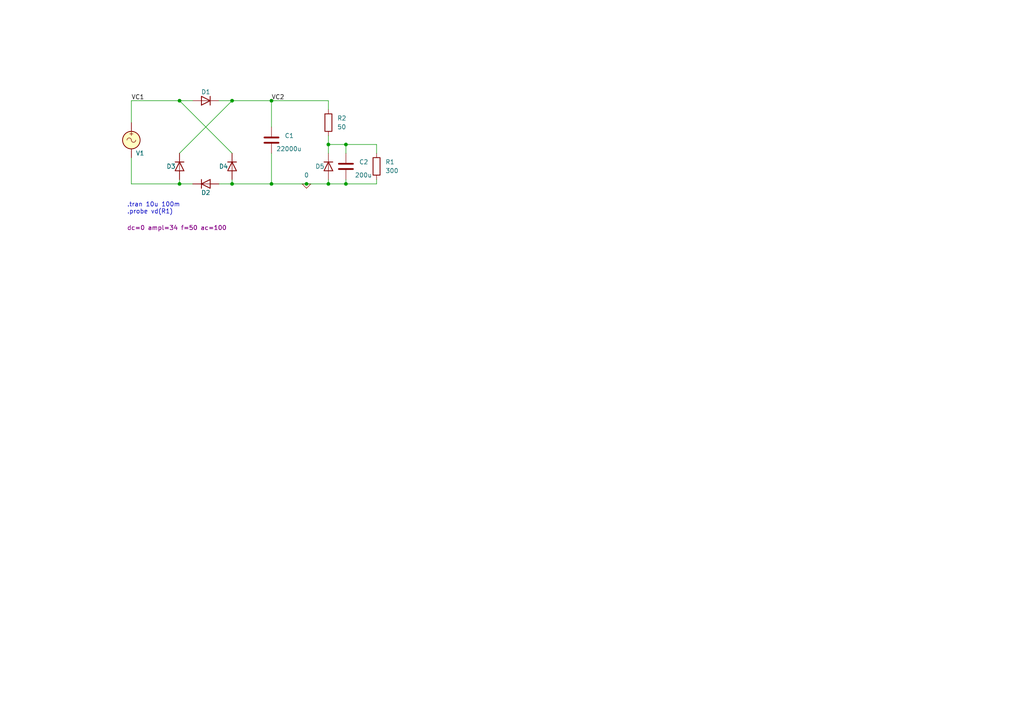
<source format=kicad_sch>
(kicad_sch (version 20230121) (generator eeschema)
  (paper "A4")
  (lib_symbols
    (symbol "Device:C" (pin_numbers hide) (pin_names (offset 0.254))
      (property "Reference" "C" (at 0.635 2.54 0))
      (property "Value" "C" (at 0.635 -2.54 0))
      (symbol "C_0_1"
        (polyline (pts (xy -2.032 -0.762) (xy 2.032 -0.762)) (stroke (width 0.508)))
        (polyline (pts (xy -2.032 0.762) (xy 2.032 0.762)) (stroke (width 0.508)))
      )
      (symbol "C_1_1"
        (pin passive line (at 0 3.81 270) (length 2.794) (name "~") (number "1"))
        (pin passive line (at 0 -3.81 90) (length 2.794) (name "~") (number "2"))
      )
    )
    (symbol "Device:R" (pin_numbers hide) (pin_names (offset 0))
      (property "Reference" "R" (at 2.032 0 90))
      (property "Value" "R" (at 0 0 90))
      (symbol "R_0_1"
        (rectangle (start -1.016 -2.54) (end 1.016 2.54) (stroke (width 0.254)))
      )
      (symbol "R_1_1"
        (pin passive line (at 0 3.81 270) (length 1.27) (name "~") (number "1"))
        (pin passive line (at 0 -3.81 90) (length 1.27) (name "~") (number "2"))
      )
    )
    (symbol "Simulation_SPICE:0" (power) (pin_names (offset 0))
      (property "Value" "0" (at 0 -1.778 0))
      (symbol "0_0_1"
        (polyline (pts (xy -1.27 0) (xy 0 -1.27) (xy 1.27 0) (xy -1.27 0)))
      )
      (symbol "0_1_1"
        (pin power_in line (at 0 0 0) (length 0) hide (name "0") (number "1"))
      )
    )
    (symbol "Simulation_SPICE:D" (pin_numbers hide) (pin_names (offset 1.016) hide)
      (property "Reference" "D" (at 0 2.54 0))
      (property "Value" "D" (at 0 -2.54 0))
      (property "Sim.Device" "D" (at 0 0 0))
      (property "Sim.Pins" "1=K 2=A" (at 0 0 0))
      (symbol "D_0_1"
        (polyline (pts (xy -1.27 1.27) (xy -1.27 -1.27)) (stroke (width 0.254)))
        (polyline (pts (xy 1.27 0) (xy -1.27 0)))
        (polyline (pts (xy 1.27 1.27) (xy 1.27 -1.27) (xy -1.27 0) (xy 1.27 1.27)) (stroke (width 0.254)))
      )
      (symbol "D_1_1"
        (pin passive line (at -3.81 0 0) (length 2.54) (name "K") (number "1"))
        (pin passive line (at 3.81 0 180) (length 2.54) (name "A") (number "2"))
      )
    )
    (symbol "Simulation_SPICE:VSIN" (pin_numbers hide) (pin_names (offset 0.0254))
      (property "Reference" "V" (at 2.54 2.54 0))
      (property "Value" "VSIN" (at 2.54 0 0))
      (property "Sim.Params" "dc=0 ampl=1 f=1k ac=1" (at 2.54 -2.54 0))
      (symbol "VSIN_0_0"
        (arc (start 0 0) (mid -0.635 0.6323) (end -1.27 0))
        (arc (start 0 0) (mid 0.635 -0.6323) (end 1.27 0))
        (text "+" (at 0 1.905 0) (effects (font (size 1.27 1.27))))
      )
      (symbol "VSIN_0_1"
        (circle (center 0 0) (radius 2.54) (stroke (width 0.254)) (fill (type background)))
      )
      (symbol "VSIN_1_1"
        (pin passive line (at 0 5.08 270) (length 2.54) (name "~") (number "1"))
        (pin passive line (at 0 -5.08 90) (length 2.54) (name "~") (number "2"))
      )
    )
  )
  (junction (at 100.33 53.34))
  (junction (at 67.31 53.34))
  (junction (at 52.07 29.21))
  (junction (at 78.74 29.21))
  (junction (at 78.74 53.34))
  (junction (at 52.07 53.34))
  (junction (at 95.25 41.91))
  (junction (at 67.31 29.21))
  (junction (at 95.25 53.34))
  (junction (at 88.9 53.34))
  (junction (at 100.33 41.91))
  (wire (pts (xy 67.31 44.45) (xy 52.07 29.21)))
  (wire (pts (xy 109.22 41.91) (xy 109.22 44.45)))
  (wire (pts (xy 100.33 52.07) (xy 100.33 53.34)))
  (wire (pts (xy 78.74 29.21) (xy 95.25 29.21)))
  (wire (pts (xy 52.07 29.21) (xy 55.88 29.21)))
  (wire (pts (xy 38.1 29.21) (xy 52.07 29.21)))
  (wire (pts (xy 67.31 53.34) (xy 78.74 53.34)))
  (wire (pts (xy 38.1 53.34) (xy 52.07 53.34)))
  (wire (pts (xy 52.07 44.45) (xy 67.31 29.21)))
  (wire (pts (xy 52.07 53.34) (xy 55.88 53.34)))
  (wire (pts (xy 109.22 52.07) (xy 109.22 53.34)))
  (wire (pts (xy 67.31 53.34) (xy 67.31 52.07)))
  (wire (pts (xy 78.74 29.21) (xy 78.74 36.83)))
  (wire (pts (xy 78.74 44.45) (xy 78.74 53.34)))
  (wire (pts (xy 63.5 53.34) (xy 67.31 53.34)))
  (wire (pts (xy 100.33 41.91) (xy 100.33 44.45)))
  (wire (pts (xy 95.25 29.21) (xy 95.25 31.75)))
  (wire (pts (xy 95.25 53.34) (xy 100.33 53.34)))
  (wire (pts (xy 38.1 29.21) (xy 38.1 35.56)))
  (wire (pts (xy 67.31 29.21) (xy 78.74 29.21)))
  (wire (pts (xy 100.33 53.34) (xy 109.22 53.34)))
  (wire (pts (xy 95.25 39.37) (xy 95.25 41.91)))
  (wire (pts (xy 100.33 41.91) (xy 95.25 41.91)))
  (wire (pts (xy 88.9 53.34) (xy 95.25 53.34)))
  (wire (pts (xy 78.74 53.34) (xy 88.9 53.34)))
  (wire (pts (xy 95.25 52.07) (xy 95.25 53.34)))
  (wire (pts (xy 95.25 41.91) (xy 95.25 44.45)))
  (wire (pts (xy 63.5 29.21) (xy 67.31 29.21)))
  (wire (pts (xy 38.1 45.72) (xy 38.1 53.34)))
  (wire (pts (xy 109.22 41.91) (xy 100.33 41.91)))
  (wire (pts (xy 52.07 53.34) (xy 52.07 52.07)))
  (text ".tran 10u 100m\n.probe vd(R1)" (at 36.83 62.23 0) (effects (font (size 1.27 1.27)) (justify left bottom)))
  (label "VC1" (at 38.1 29.21 0))
  (label "VC2" (at 78.74 29.21 0))
  (symbol (lib_id "Simulation_SPICE:D") (at 59.69 53.34 0) (unit 1)
    (property "Reference" "D2" (at 59.69 55.88 0))
    (property "Value" "D" (effects hide))
    (property "Sim.Device" "D" (effects hide))
    (property "Sim.Pins" "1=K 2=A" (effects hide))
  )
  (symbol (lib_id "Device:R") (at 95.25 35.56 0) (unit 1)
    (property "Reference" "R2" (at 97.79 34.29 0) (effects (justify left)))
    (property "Value" "50" (at 97.79 36.83 0) (effects (justify left)))
  )
  (symbol (lib_id "Simulation_SPICE:D") (at 52.07 48.26 270) (unit 1)
    (property "Reference" "D3" (at 48.26 48.26 90) (effects (justify left)))
    (property "Value" "D" (effects hide))
    (property "Sim.Device" "D" (effects hide))
    (property "Sim.Pins" "1=K 2=A" (effects hide))
  )
  (symbol (lib_id "Device:R") (at 109.22 48.26 0) (unit 1)
    (property "Reference" "R1" (at 111.76 46.99 0) (effects (justify left)))
    (property "Value" "300" (at 111.76 49.53 0) (effects (justify left)))
  )
  (symbol (lib_id "Simulation_SPICE:VSIN") (at 38.1 40.64 0) (unit 1)
    (property "Reference" "V1" (at 39.37 44.45 0) (effects (justify left)))
    (property "Value" "VSIN" (effects hide))
    (property "Sim.Pins" "1=+ 2=-" (effects hide))
    (property "Sim.Params" "dc=0 ampl=34 f=50 ac=100" (at 36.83 66.04 0) (effects (justify left)))
    (property "Sim.Type" "SIN" (effects hide))
    (property "Sim.Device" "V" (effects hide))
  )
  (symbol (lib_id "Simulation_SPICE:0") (at 88.9 53.34 0) (unit 1)
    (property "Reference" "#GND02" (effects hide))
    (property "Value" "0" (at 88.9 50.8 0))
  )
  (symbol (lib_id "Simulation_SPICE:D") (at 67.31 48.26 270) (unit 1)
    (property "Reference" "D4" (at 63.5 48.26 90) (effects (justify left)))
    (property "Value" "D" (effects hide))
    (property "Sim.Device" "D" (effects hide))
    (property "Sim.Pins" "1=K 2=A" (effects hide))
  )
  (symbol (lib_id "Simulation_SPICE:D") (at 59.69 29.21 180) (unit 1)
    (property "Reference" "D1" (at 59.69 26.67 0))
    (property "Value" "D" (effects hide))
    (property "Sim.Device" "D" (effects hide))
    (property "Sim.Pins" "1=K 2=A" (effects hide))
  )
  (symbol (lib_id "Device:C") (at 100.33 48.26 0) (unit 1)
    (property "Reference" "C2" (at 104.14 46.99 0) (effects (justify left)))
    (property "Value" "200u" (at 105.41 50.8 0))
  )
  (symbol (lib_id "Simulation_SPICE:D") (at 95.25 48.26 270) (unit 1)
    (property "Reference" "D5" (at 91.44 48.26 90) (effects (justify left)))
    (property "Value" "D" (effects hide))
    (property "Sim.Device" "D" (effects hide))
    (property "Sim.Pins" "1=K 2=A" (effects hide))
    (property "Sim.Params" "bv=24 ibv=0.05" (effects hide))
  )
  (symbol (lib_id "Device:C") (at 78.74 40.64 0) (unit 1)
    (property "Reference" "C1" (at 82.55 39.37 0) (effects (justify left)))
    (property "Value" "22000u" (at 83.82 43.18 0))
  )
)
</source>
